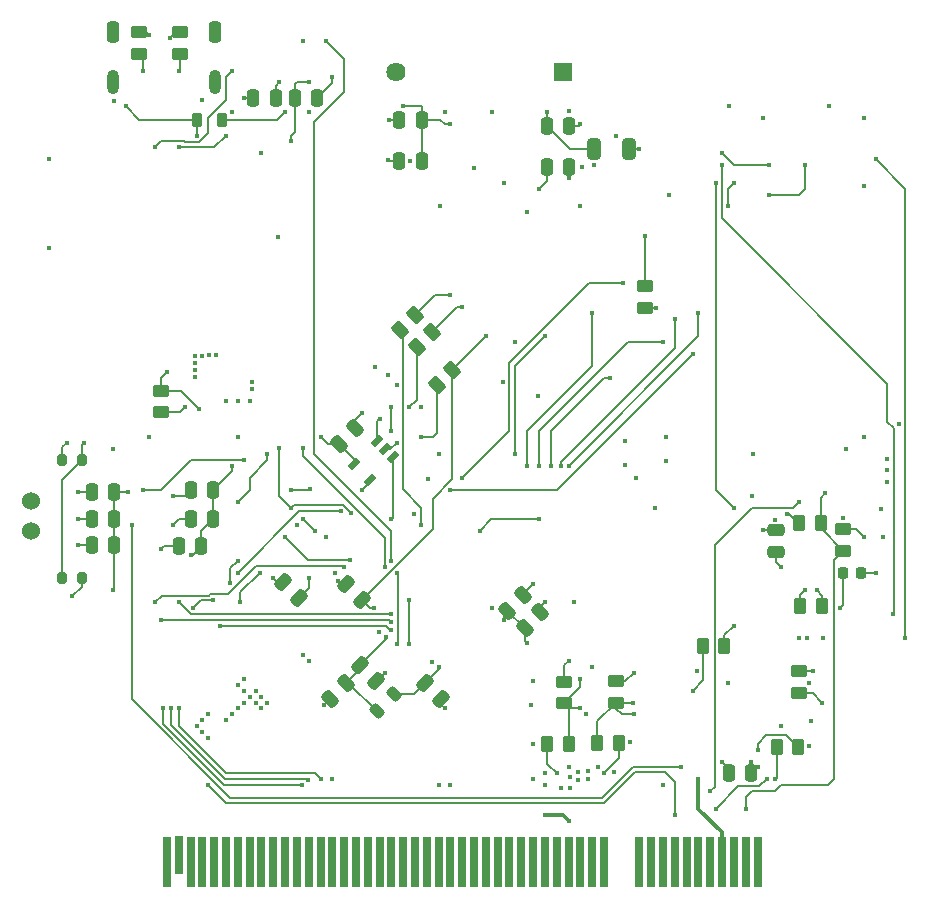
<source format=gbl>
%TF.GenerationSoftware,KiCad,Pcbnew,8.0.1*%
%TF.CreationDate,2024-04-16T19:56:43-05:00*%
%TF.ProjectId,PCB-1-2,5043422d-312d-4322-9e6b-696361645f70,rev?*%
%TF.SameCoordinates,Original*%
%TF.FileFunction,Copper,L4,Bot*%
%TF.FilePolarity,Positive*%
%FSLAX46Y46*%
G04 Gerber Fmt 4.6, Leading zero omitted, Abs format (unit mm)*
G04 Created by KiCad (PCBNEW 8.0.1) date 2024-04-16 19:56:43*
%MOMM*%
%LPD*%
G01*
G04 APERTURE LIST*
G04 Aperture macros list*
%AMRoundRect*
0 Rectangle with rounded corners*
0 $1 Rounding radius*
0 $2 $3 $4 $5 $6 $7 $8 $9 X,Y pos of 4 corners*
0 Add a 4 corners polygon primitive as box body*
4,1,4,$2,$3,$4,$5,$6,$7,$8,$9,$2,$3,0*
0 Add four circle primitives for the rounded corners*
1,1,$1+$1,$2,$3*
1,1,$1+$1,$4,$5*
1,1,$1+$1,$6,$7*
1,1,$1+$1,$8,$9*
0 Add four rect primitives between the rounded corners*
20,1,$1+$1,$2,$3,$4,$5,0*
20,1,$1+$1,$4,$5,$6,$7,0*
20,1,$1+$1,$6,$7,$8,$9,0*
20,1,$1+$1,$8,$9,$2,$3,0*%
%AMRotRect*
0 Rectangle, with rotation*
0 The origin of the aperture is its center*
0 $1 length*
0 $2 width*
0 $3 Rotation angle, in degrees counterclockwise*
0 Add horizontal line*
21,1,$1,$2,0,0,$3*%
G04 Aperture macros list end*
%TA.AperFunction,ComponentPad*%
%ADD10C,1.524000*%
%TD*%
%TA.AperFunction,ComponentPad*%
%ADD11O,1.000000X2.100000*%
%TD*%
%TA.AperFunction,ComponentPad*%
%ADD12RoundRect,0.250000X0.250000X0.650000X-0.250000X0.650000X-0.250000X-0.650000X0.250000X-0.650000X0*%
%TD*%
%TA.AperFunction,ComponentPad*%
%ADD13R,1.625600X1.625600*%
%TD*%
%TA.AperFunction,ComponentPad*%
%ADD14C,1.625600*%
%TD*%
%TA.AperFunction,SMDPad,CuDef*%
%ADD15RoundRect,0.250000X-0.512652X-0.159099X-0.159099X-0.512652X0.512652X0.159099X0.159099X0.512652X0*%
%TD*%
%TA.AperFunction,SMDPad,CuDef*%
%ADD16RoundRect,0.250000X-0.250000X-0.475000X0.250000X-0.475000X0.250000X0.475000X-0.250000X0.475000X0*%
%TD*%
%TA.AperFunction,SMDPad,CuDef*%
%ADD17RoundRect,0.250000X-0.159099X0.512652X-0.512652X0.159099X0.159099X-0.512652X0.512652X-0.159099X0*%
%TD*%
%TA.AperFunction,SMDPad,CuDef*%
%ADD18RoundRect,0.218750X0.218750X0.381250X-0.218750X0.381250X-0.218750X-0.381250X0.218750X-0.381250X0*%
%TD*%
%TA.AperFunction,SMDPad,CuDef*%
%ADD19RoundRect,0.200000X0.200000X0.275000X-0.200000X0.275000X-0.200000X-0.275000X0.200000X-0.275000X0*%
%TD*%
%TA.AperFunction,SMDPad,CuDef*%
%ADD20RoundRect,0.250000X-0.262500X-0.450000X0.262500X-0.450000X0.262500X0.450000X-0.262500X0.450000X0*%
%TD*%
%TA.AperFunction,SMDPad,CuDef*%
%ADD21RoundRect,0.250000X0.262500X0.450000X-0.262500X0.450000X-0.262500X-0.450000X0.262500X-0.450000X0*%
%TD*%
%TA.AperFunction,SMDPad,CuDef*%
%ADD22RoundRect,0.250000X0.475000X-0.250000X0.475000X0.250000X-0.475000X0.250000X-0.475000X-0.250000X0*%
%TD*%
%TA.AperFunction,SMDPad,CuDef*%
%ADD23RoundRect,0.250000X-0.325000X-0.650000X0.325000X-0.650000X0.325000X0.650000X-0.325000X0.650000X0*%
%TD*%
%TA.AperFunction,SMDPad,CuDef*%
%ADD24RoundRect,0.250000X0.250000X0.475000X-0.250000X0.475000X-0.250000X-0.475000X0.250000X-0.475000X0*%
%TD*%
%TA.AperFunction,SMDPad,CuDef*%
%ADD25RoundRect,0.218750X0.114905X-0.424264X0.424264X-0.114905X-0.114905X0.424264X-0.424264X0.114905X0*%
%TD*%
%TA.AperFunction,SMDPad,CuDef*%
%ADD26RoundRect,0.250000X-0.450000X0.262500X-0.450000X-0.262500X0.450000X-0.262500X0.450000X0.262500X0*%
%TD*%
%TA.AperFunction,SMDPad,CuDef*%
%ADD27RoundRect,0.200000X-0.200000X-0.275000X0.200000X-0.275000X0.200000X0.275000X-0.200000X0.275000X0*%
%TD*%
%TA.AperFunction,SMDPad,CuDef*%
%ADD28RoundRect,0.250000X0.450000X-0.262500X0.450000X0.262500X-0.450000X0.262500X-0.450000X-0.262500X0*%
%TD*%
%TA.AperFunction,SMDPad,CuDef*%
%ADD29RoundRect,0.250000X0.512652X0.159099X0.159099X0.512652X-0.512652X-0.159099X-0.159099X-0.512652X0*%
%TD*%
%TA.AperFunction,SMDPad,CuDef*%
%ADD30RoundRect,0.250000X-0.132583X0.503814X-0.503814X0.132583X0.132583X-0.503814X0.503814X-0.132583X0*%
%TD*%
%TA.AperFunction,SMDPad,CuDef*%
%ADD31RotRect,0.977900X0.508000X225.000000*%
%TD*%
%TA.AperFunction,SMDPad,CuDef*%
%ADD32RoundRect,0.225000X0.225000X0.250000X-0.225000X0.250000X-0.225000X-0.250000X0.225000X-0.250000X0*%
%TD*%
%TA.AperFunction,ConnectorPad*%
%ADD33R,0.700000X4.300000*%
%TD*%
%TA.AperFunction,ConnectorPad*%
%ADD34R,0.700000X3.200000*%
%TD*%
%TA.AperFunction,ViaPad*%
%ADD35C,0.450000*%
%TD*%
%TA.AperFunction,Conductor*%
%ADD36C,0.200000*%
%TD*%
%TA.AperFunction,Conductor*%
%ADD37C,0.300000*%
%TD*%
G04 APERTURE END LIST*
D10*
X61500000Y-100460000D03*
X61500000Y-103000000D03*
D11*
X77070000Y-64925000D03*
X68430000Y-64925000D03*
D12*
X77070000Y-60745000D03*
X68430000Y-60745000D03*
D13*
X106514152Y-64147111D03*
D14*
X92366352Y-64147111D03*
D15*
X89328249Y-114328249D03*
X90671751Y-115671751D03*
X82828249Y-107328249D03*
X84171751Y-108671751D03*
D16*
X120550001Y-123500001D03*
X122449999Y-123500001D03*
D17*
X103161124Y-108393001D03*
X101817622Y-109736503D03*
D18*
X77671152Y-68147111D03*
X75546152Y-68147111D03*
D17*
X88171751Y-115828249D03*
X86828249Y-117171751D03*
D19*
X65785000Y-106999999D03*
X64135000Y-106999999D03*
D20*
X124612501Y-121283849D03*
X126437501Y-121283849D03*
D21*
X107000000Y-121000000D03*
X105175000Y-121000000D03*
D22*
X124568262Y-104780646D03*
X124568262Y-102880648D03*
D16*
X75010001Y-99499999D03*
X76909999Y-99499999D03*
D23*
X109133652Y-70647111D03*
X112083652Y-70647111D03*
D16*
X83838726Y-66319041D03*
X85738726Y-66319041D03*
D24*
X82219550Y-66308009D03*
X80319550Y-66308009D03*
D25*
X90748699Y-118251301D03*
X92251301Y-116748699D03*
D26*
X72500000Y-91087499D03*
X72500000Y-92912499D03*
D27*
X64135000Y-96999999D03*
X65785000Y-96999999D03*
D26*
X111009050Y-115713083D03*
X111009050Y-117538083D03*
D24*
X94558652Y-71647111D03*
X92658652Y-71647111D03*
D26*
X106641964Y-115742239D03*
X106641964Y-117567239D03*
D16*
X105158652Y-68647111D03*
X107058652Y-68647111D03*
D21*
X128342938Y-102336130D03*
X126517938Y-102336130D03*
D24*
X68523077Y-104206514D03*
X66623079Y-104206514D03*
D20*
X126638343Y-109302543D03*
X128463343Y-109302543D03*
D28*
X74108652Y-62559611D03*
X74108652Y-60734611D03*
D29*
X89483626Y-108801434D03*
X88140124Y-107457932D03*
D30*
X94025126Y-84696699D03*
X92734656Y-85987169D03*
D16*
X105158652Y-72147111D03*
X107058652Y-72147111D03*
X74010001Y-104272071D03*
X75909999Y-104272071D03*
D21*
X111267205Y-120909499D03*
X109442205Y-120909499D03*
D26*
X126525001Y-114831646D03*
X126525001Y-116656646D03*
X113510003Y-82253570D03*
X113510003Y-84078570D03*
D28*
X130251246Y-104657926D03*
X130251246Y-102832926D03*
X70608652Y-62559611D03*
X70608652Y-60734611D03*
D17*
X104619881Y-109857034D03*
X103276379Y-111200536D03*
D31*
X90793625Y-95362870D03*
X91465378Y-96034622D03*
X92137130Y-96706375D03*
X90206375Y-98637130D03*
X88862870Y-97293625D03*
D24*
X94558652Y-68147111D03*
X92658652Y-68147111D03*
X68523077Y-101982233D03*
X66623079Y-101982233D03*
D17*
X88919794Y-94266856D03*
X87576292Y-95610358D03*
D30*
X95439340Y-86110913D03*
X94148870Y-87401383D03*
D15*
X94828249Y-115828249D03*
X96171751Y-117171751D03*
D32*
X131775000Y-106500000D03*
X130225000Y-106500000D03*
D33*
X123000000Y-131000000D03*
X122000000Y-131000000D03*
X121000000Y-131000000D03*
X120000000Y-131000000D03*
X119000000Y-131000000D03*
X118000000Y-131000000D03*
X117000000Y-131000000D03*
X116000000Y-131000000D03*
X115000000Y-131000000D03*
X114000000Y-131000000D03*
X113000000Y-131000000D03*
X110000000Y-131000000D03*
X109000000Y-131000000D03*
X108000000Y-131000000D03*
X107000000Y-131000000D03*
X106000000Y-131000000D03*
X105000000Y-131000000D03*
X104000000Y-131000000D03*
X103000000Y-131000000D03*
X102000000Y-131000000D03*
X101000000Y-131000000D03*
X100000000Y-131000000D03*
X99000000Y-131000000D03*
X98000000Y-131000000D03*
X97000000Y-131000000D03*
X96000000Y-131000000D03*
X95000000Y-131000000D03*
X94000000Y-131000000D03*
X93000000Y-131000000D03*
X92000000Y-131000000D03*
X91000000Y-131000000D03*
X90000000Y-131000000D03*
X89000000Y-131000000D03*
X88000000Y-131000000D03*
X87000000Y-131000000D03*
X86000000Y-131000000D03*
X85000000Y-131000000D03*
X84000000Y-131000000D03*
X83000000Y-131000000D03*
X82000000Y-131000000D03*
X81000000Y-131000000D03*
X80000000Y-131000000D03*
X79000000Y-131000000D03*
X78000000Y-131000000D03*
X77000000Y-131000000D03*
X76000000Y-131000000D03*
X75000000Y-131000000D03*
D34*
X74000000Y-130450000D03*
D33*
X73000000Y-131000000D03*
D30*
X97145235Y-89354765D03*
X95854765Y-90645235D03*
D21*
X120188970Y-112731966D03*
X118363970Y-112731966D03*
D24*
X68523077Y-99706514D03*
X66623079Y-99706514D03*
D16*
X75010001Y-101999999D03*
X76909999Y-101999999D03*
D35*
X105158652Y-67500000D03*
X112461917Y-117538083D03*
X120539869Y-115886906D03*
X112726309Y-98500000D03*
X104500000Y-74000000D03*
X127668354Y-114831646D03*
X123500000Y-68000000D03*
X132000000Y-68000000D03*
X68460000Y-108000000D03*
X134000000Y-96895285D03*
X69706514Y-99706514D03*
X112500000Y-118500000D03*
X103500000Y-76000000D03*
X122500000Y-100000000D03*
X128525841Y-112000000D03*
X132000000Y-95000000D03*
X109158652Y-72000000D03*
X118000000Y-84500000D03*
X107000000Y-97500000D03*
X120000000Y-71000000D03*
X124000000Y-72000000D03*
X75500000Y-69500000D03*
X69500000Y-67000000D03*
X66000000Y-95500000D03*
X113500000Y-78000000D03*
X86500000Y-61500000D03*
X92500000Y-112525000D03*
X92000000Y-105500000D03*
X92513762Y-106513762D03*
X74000000Y-64000000D03*
X72000000Y-109000000D03*
X88000000Y-106000000D03*
X74000000Y-109000000D03*
X92000000Y-110000000D03*
X76860000Y-108860000D03*
X72699994Y-118000000D03*
X78347890Y-107372109D03*
X84450000Y-124525000D03*
X75233581Y-109475000D03*
X79000000Y-105500000D03*
X73349997Y-118000000D03*
X79192157Y-109000000D03*
X83000000Y-103500000D03*
X88499142Y-105475000D03*
X80849997Y-106500000D03*
X84975000Y-124025000D03*
X92000000Y-110699994D03*
X72500000Y-110500000D03*
X77500000Y-111000000D03*
X92000000Y-111349997D03*
X111635000Y-82000000D03*
X98000000Y-98500000D03*
X85500000Y-103000000D03*
X86000000Y-124000000D03*
X74000000Y-118000000D03*
X84500000Y-102000000D03*
X119475000Y-73500000D03*
X121000000Y-101000000D03*
X121000000Y-111000000D03*
X120000000Y-72000000D03*
X134500000Y-110000000D03*
X105500000Y-97500000D03*
X121050000Y-73500000D03*
X110500000Y-90000000D03*
X120525000Y-75500000D03*
X115000000Y-87000000D03*
X124000000Y-74500000D03*
X104500000Y-97500000D03*
X127000000Y-72000000D03*
X93500000Y-112525000D03*
X84500000Y-95950000D03*
X91500000Y-106000000D03*
X93500000Y-108824997D03*
X133000000Y-71500000D03*
X123816267Y-123941270D03*
X135500000Y-112000000D03*
X119475000Y-126500000D03*
X83500000Y-70000000D03*
X85000000Y-65000000D03*
X74000000Y-70500000D03*
X78000000Y-69500000D03*
X82500000Y-65000000D03*
X71996213Y-70503787D03*
X78500000Y-64000000D03*
X83000000Y-67472809D03*
X90500000Y-109475000D03*
X100000000Y-86500000D03*
X86000000Y-95000000D03*
X96000000Y-96500000D03*
X75000000Y-105000000D03*
X103500000Y-112500000D03*
X108000000Y-118000000D03*
X90570532Y-89070532D03*
X78500000Y-97500000D03*
X63000000Y-71500000D03*
X85000000Y-107000000D03*
X96000000Y-114500000D03*
X101500000Y-110500000D03*
X82395270Y-78104730D03*
X114334644Y-101000000D03*
X108000000Y-115500000D03*
X94500000Y-102500000D03*
X109974693Y-123474693D03*
X112500000Y-115000000D03*
X92000000Y-94500000D03*
X93500000Y-92500000D03*
X92000000Y-92500000D03*
X105000000Y-123500000D03*
X107000000Y-123000000D03*
X110845925Y-123345925D03*
X107092454Y-124716043D03*
X106350918Y-124757240D03*
X107099320Y-123830319D03*
X107833990Y-123349694D03*
X108616723Y-123940177D03*
X108657919Y-123322230D03*
X107779062Y-124029436D03*
X109500000Y-123000000D03*
X106000000Y-123500000D03*
X107000000Y-114000000D03*
X92000000Y-102000000D03*
X89500000Y-99500000D03*
X106349997Y-97500000D03*
X116000000Y-85000000D03*
X97000000Y-83000000D03*
X128500000Y-117500000D03*
X123000000Y-121500000D03*
X97000000Y-68500000D03*
X93000000Y-67000000D03*
X104450000Y-91550000D03*
X127000000Y-108000000D03*
X130000000Y-109500000D03*
X125000000Y-106000000D03*
X128000000Y-108000000D03*
X132000000Y-103500000D03*
X133000000Y-106500000D03*
X122000000Y-126500000D03*
X128750000Y-99750000D03*
X119000000Y-125000000D03*
X126500000Y-100500000D03*
X71000000Y-64000000D03*
X120000000Y-122500000D03*
X117500000Y-116500000D03*
X98000000Y-84000000D03*
X75696664Y-92608732D03*
X73000000Y-89500000D03*
X74500000Y-92500000D03*
X88565687Y-101434313D03*
X82500000Y-95950000D03*
X83500000Y-101000000D03*
X124500000Y-124000000D03*
X83500000Y-99525000D03*
X85090901Y-99409099D03*
X79000000Y-106500000D03*
X87694455Y-101305544D03*
X116500000Y-123000000D03*
X70000000Y-102500000D03*
X116000000Y-127000000D03*
X76500000Y-124500000D03*
X81500000Y-96475000D03*
X79000000Y-100500000D03*
X79500000Y-97000000D03*
X71000000Y-99500000D03*
X105000000Y-86500000D03*
X102500000Y-96500000D03*
X109000000Y-84500000D03*
X103500000Y-97500000D03*
X97000000Y-99500000D03*
X117500000Y-88000000D03*
X94500000Y-95000000D03*
X91000000Y-93500000D03*
X96500000Y-118000000D03*
X127225841Y-112000000D03*
X78000000Y-92000000D03*
X75950000Y-66450000D03*
X127375001Y-121152165D03*
X95059908Y-98540778D03*
X71500000Y-95000000D03*
X127550001Y-119036518D03*
X87237883Y-106500000D03*
X122655533Y-96500000D03*
X75379823Y-89339031D03*
X65500000Y-102000000D03*
X123000000Y-123000000D03*
X96077889Y-75422111D03*
X132000000Y-73810000D03*
X108500000Y-118500000D03*
X134949999Y-93949999D03*
X129050000Y-67000000D03*
X76000000Y-120000000D03*
X134000000Y-97845286D03*
X85000000Y-114000000D03*
X127370149Y-115846359D03*
X79500000Y-66308009D03*
X100500000Y-67486615D03*
X108000000Y-68500000D03*
X115500000Y-74500000D03*
X84500000Y-113500000D03*
X96000000Y-124500000D03*
X82000000Y-107000000D03*
X95451903Y-114048097D03*
X91750000Y-89750000D03*
X65500000Y-104206514D03*
X105000000Y-124500000D03*
X79000000Y-116000000D03*
X92437475Y-90616584D03*
X84000000Y-102500000D03*
X114421430Y-84078570D03*
X124487500Y-102012500D03*
X76536518Y-88114737D03*
X68500000Y-66550000D03*
X78000000Y-119000000D03*
X115259644Y-97016570D03*
X133646629Y-103500000D03*
X130252235Y-101895426D03*
X73500000Y-100000000D03*
X93903806Y-101500000D03*
X108000000Y-75500000D03*
X126500000Y-112000000D03*
X125000000Y-119500000D03*
X94500000Y-92500000D03*
X105000000Y-127000000D03*
X104000000Y-107500000D03*
X102500000Y-87000000D03*
X115000000Y-124500000D03*
X97000000Y-124500000D03*
X84500000Y-61500000D03*
X79500000Y-117500000D03*
X76500000Y-120500000D03*
X111000000Y-69500000D03*
X75500000Y-119500000D03*
X73250000Y-61250000D03*
X107058652Y-67441348D03*
X108147111Y-72147111D03*
X91733652Y-71535046D03*
X73500000Y-102500000D03*
X101500000Y-73552111D03*
X125500000Y-101525000D03*
X120550000Y-67000000D03*
X79000000Y-118000000D03*
X134000000Y-98795287D03*
X87000000Y-64500000D03*
X86286353Y-117710308D03*
X75372312Y-88723129D03*
X71500000Y-61000000D03*
X87479237Y-107215315D03*
X104000000Y-121000000D03*
X80500000Y-117500000D03*
X130500000Y-96000000D03*
X107058652Y-73058652D03*
X80000000Y-92000000D03*
X123500000Y-102880648D03*
X75379823Y-89939911D03*
X96500000Y-67500000D03*
X78500000Y-67500000D03*
X111800533Y-95397340D03*
X68460000Y-96000000D03*
X76000000Y-119000000D03*
X65500000Y-99706514D03*
X75372312Y-88144781D03*
X80500000Y-116500000D03*
X80171844Y-90337995D03*
X77129887Y-88107226D03*
X104000000Y-124000000D03*
X122452087Y-122500000D03*
X105000000Y-109000000D03*
X101475000Y-90345080D03*
X111801309Y-97398256D03*
X133455192Y-101132522D03*
X80171844Y-90916342D03*
X93583652Y-71647111D03*
X81500000Y-117500000D03*
X86500000Y-103500000D03*
X117838970Y-114840422D03*
X92437475Y-95500000D03*
X85000000Y-67500000D03*
X75958171Y-88122248D03*
X91500000Y-115000000D03*
X90960654Y-111525000D03*
X118000000Y-124000000D03*
X76500000Y-118500000D03*
X79000000Y-95000000D03*
X109000000Y-114500000D03*
X81000000Y-118000000D03*
X107000000Y-127500000D03*
X81000000Y-70961163D03*
X107500000Y-109000000D03*
X103794450Y-117730550D03*
X78500000Y-118500000D03*
X80000000Y-117000000D03*
X79500000Y-115500000D03*
X113000000Y-70647111D03*
X112204705Y-120867844D03*
X79500000Y-116500000D03*
X104000000Y-115709756D03*
X79000000Y-92000000D03*
X87000000Y-124000000D03*
X115254525Y-95000000D03*
X100500000Y-109500000D03*
X89500000Y-93000000D03*
X81000000Y-117000000D03*
X91783652Y-68147111D03*
X63000000Y-79000000D03*
X99000000Y-72282111D03*
X72500000Y-104500000D03*
X64500000Y-95500000D03*
X65000000Y-108500000D03*
X99469759Y-102969759D03*
X104500000Y-102000000D03*
X91522998Y-111947765D03*
D36*
X109133652Y-70647111D02*
X107158652Y-70647111D01*
X111009050Y-118009050D02*
X111500000Y-118500000D01*
X109442205Y-119104928D02*
X111009050Y-117538083D01*
X68460000Y-108000000D02*
X68523077Y-107936923D01*
X105158652Y-73341348D02*
X104500000Y-74000000D01*
X105158652Y-67500000D02*
X105158652Y-68647111D01*
X105158652Y-72147111D02*
X105158652Y-73341348D01*
X68523077Y-101982233D02*
X68523077Y-99706514D01*
X127668354Y-114831646D02*
X126525001Y-114831646D01*
X112461917Y-117538083D02*
X111009050Y-117538083D01*
X107158652Y-70647111D02*
X105158652Y-68647111D01*
X111500000Y-118500000D02*
X112500000Y-118500000D01*
X68523077Y-104206514D02*
X68523077Y-101982233D01*
X111009050Y-117538083D02*
X111009050Y-118009050D01*
X69706514Y-99706514D02*
X68523077Y-99706514D01*
X68523077Y-107936923D02*
X68523077Y-104206514D01*
X109442205Y-120909499D02*
X109442205Y-119104928D01*
X118000000Y-86500000D02*
X118000000Y-84500000D01*
X107000000Y-97500000D02*
X118000000Y-86500000D01*
X124000000Y-72000000D02*
X121000000Y-72000000D01*
X121000000Y-72000000D02*
X120000000Y-71000000D01*
X75500000Y-69500000D02*
X75500000Y-68193263D01*
X70647111Y-68147111D02*
X75546152Y-68147111D01*
X75500000Y-68193263D02*
X75546152Y-68147111D01*
X69500000Y-67000000D02*
X70647111Y-68147111D01*
X64135000Y-106999999D02*
X64135000Y-98649999D01*
X65785000Y-96999999D02*
X65785000Y-95715000D01*
X64135000Y-98649999D02*
X65785000Y-96999999D01*
X65785000Y-95715000D02*
X66000000Y-95500000D01*
X113500000Y-78000000D02*
X113510003Y-78010003D01*
X113510003Y-78010003D02*
X113510003Y-82253570D01*
X92500000Y-112525000D02*
X92525000Y-112500000D01*
X92000000Y-105500000D02*
X92000000Y-103000000D01*
X92000000Y-103000000D02*
X85475000Y-96475000D01*
X92525000Y-106525000D02*
X92513762Y-106513762D01*
X92525000Y-112500000D02*
X92525000Y-106525000D01*
X88000000Y-63000000D02*
X86500000Y-61500000D01*
X88000000Y-65807537D02*
X88000000Y-63000000D01*
X85475000Y-68332537D02*
X88000000Y-65807537D01*
X85475000Y-96475000D02*
X85475000Y-68332537D01*
X74108652Y-62559611D02*
X74108652Y-63891348D01*
X74108652Y-63891348D02*
X74000000Y-64000000D01*
X76642537Y-108335000D02*
X78165000Y-108335000D01*
X78165000Y-108335000D02*
X80525000Y-105975000D01*
X72540000Y-108460000D02*
X76517537Y-108460000D01*
X76517537Y-108460000D02*
X76642537Y-108335000D01*
X87975000Y-105975000D02*
X88000000Y-106000000D01*
X72000000Y-109000000D02*
X72540000Y-108460000D01*
X80525000Y-105975000D02*
X87975000Y-105975000D01*
X75000000Y-110000000D02*
X74000000Y-109000000D01*
X92000000Y-110000000D02*
X75000000Y-110000000D01*
X77868628Y-124500000D02*
X72699994Y-119331366D01*
X72699994Y-119331366D02*
X72699994Y-118000000D01*
X78347890Y-106152110D02*
X79000000Y-105500000D01*
X78347890Y-107372109D02*
X78347890Y-106152110D01*
X84425000Y-124500000D02*
X77868628Y-124500000D01*
X76860000Y-108860000D02*
X75848581Y-108860000D01*
X75848581Y-108860000D02*
X75233581Y-109475000D01*
X84450000Y-124525000D02*
X84425000Y-124500000D01*
X79192157Y-109000000D02*
X79192157Y-108157840D01*
X77934314Y-124000000D02*
X73349997Y-119415683D01*
X84975000Y-124025000D02*
X84950000Y-124000000D01*
X79192157Y-108157840D02*
X80849997Y-106500000D01*
X73349997Y-119415683D02*
X73349997Y-118000000D01*
X84950000Y-124000000D02*
X77934314Y-124000000D01*
X83000000Y-103500000D02*
X84975000Y-105475000D01*
X84975000Y-105475000D02*
X88499142Y-105475000D01*
X92000000Y-110699994D02*
X91775006Y-110475000D01*
X91775006Y-110475000D02*
X72525000Y-110475000D01*
X72525000Y-110475000D02*
X72500000Y-110500000D01*
X77500000Y-111000000D02*
X91557543Y-111000000D01*
X91557543Y-111000000D02*
X91907540Y-111349997D01*
X91907540Y-111349997D02*
X92000000Y-111349997D01*
X111635000Y-82000000D02*
X108757537Y-82000000D01*
X102000000Y-94500000D02*
X98000000Y-98500000D01*
X108757537Y-82000000D02*
X102000000Y-88757537D01*
X102000000Y-88757537D02*
X102000000Y-94500000D01*
X85500000Y-123500000D02*
X78000000Y-123500000D01*
X74000000Y-119500000D02*
X74000000Y-118000000D01*
X85500000Y-103000000D02*
X84500000Y-102000000D01*
X86000000Y-124000000D02*
X85500000Y-123500000D01*
X78000000Y-123500000D02*
X74000000Y-119500000D01*
X120188970Y-111811030D02*
X121000000Y-111000000D01*
X120188970Y-112731966D02*
X120188970Y-111811030D01*
X119475000Y-99475000D02*
X119475000Y-73500000D01*
X121000000Y-101000000D02*
X119475000Y-99475000D01*
X134500000Y-110000000D02*
X134525000Y-109975000D01*
X134525000Y-94267463D02*
X133975000Y-93717463D01*
X120000000Y-76500000D02*
X120000000Y-72000000D01*
X133975000Y-90525000D02*
X134000000Y-90500000D01*
X134000000Y-90500000D02*
X120000000Y-76500000D01*
X134525000Y-109975000D02*
X134525000Y-94267463D01*
X133975000Y-93717463D02*
X133975000Y-90525000D01*
X105500000Y-94500000D02*
X109500000Y-90500000D01*
X105500000Y-97500000D02*
X105500000Y-94500000D01*
X109500000Y-90500000D02*
X110000000Y-90000000D01*
X120525000Y-74025000D02*
X121050000Y-73500000D01*
X120525000Y-75500000D02*
X120525000Y-74025000D01*
X110000000Y-90000000D02*
X110500000Y-90000000D01*
X112000000Y-87000000D02*
X115000000Y-87000000D01*
X104500000Y-97500000D02*
X104500000Y-94500000D01*
X127000000Y-74000000D02*
X127000000Y-72000000D01*
X124000000Y-74500000D02*
X126000000Y-74500000D01*
X126000000Y-74500000D02*
X126500000Y-74500000D01*
X126500000Y-74500000D02*
X127000000Y-74000000D01*
X110000000Y-89000000D02*
X112000000Y-87000000D01*
X104500000Y-94500000D02*
X110000000Y-89000000D01*
X91475000Y-105975000D02*
X91500000Y-106000000D01*
X93500000Y-109500000D02*
X93500000Y-112525000D01*
X93500000Y-108824997D02*
X93500000Y-109500000D01*
X91475000Y-103601163D02*
X91475000Y-105975000D01*
X84500000Y-95950000D02*
X84500000Y-96626163D01*
X84500000Y-96626163D02*
X91475000Y-103601163D01*
X135500000Y-74000000D02*
X133000000Y-71500000D01*
X119475000Y-126500000D02*
X121375000Y-124600000D01*
X121375000Y-124600000D02*
X123157537Y-124600000D01*
X123157537Y-124600000D02*
X123816267Y-123941270D01*
X135500000Y-112000000D02*
X135500000Y-74000000D01*
X83838726Y-69161274D02*
X83838726Y-66319041D01*
X84000000Y-65000000D02*
X83838726Y-65161274D01*
X83838726Y-65161274D02*
X83838726Y-66319041D01*
X83500000Y-70000000D02*
X83500000Y-69500000D01*
X85000000Y-65000000D02*
X84000000Y-65000000D01*
X83500000Y-69500000D02*
X83838726Y-69161274D01*
X74000000Y-70500000D02*
X77000000Y-70500000D01*
X77000000Y-70500000D02*
X78000000Y-69500000D01*
X82219550Y-66308009D02*
X82219550Y-65280450D01*
X82219550Y-65280450D02*
X82500000Y-65000000D01*
X72525000Y-69975000D02*
X71996213Y-70503787D01*
X78000000Y-66478577D02*
X76500000Y-67978577D01*
X78500000Y-64000000D02*
X78000000Y-64500000D01*
X74525000Y-70025000D02*
X74475000Y-69975000D01*
X78000000Y-64500000D02*
X78000000Y-66478577D01*
X74475000Y-69975000D02*
X72525000Y-69975000D01*
X75717463Y-70025000D02*
X74525000Y-70025000D01*
X76500000Y-67978577D02*
X76500000Y-69242463D01*
X76500000Y-69242463D02*
X75717463Y-70025000D01*
X82325698Y-68147111D02*
X77671152Y-68147111D01*
X83000000Y-67472809D02*
X82325698Y-68147111D01*
X100000000Y-86500000D02*
X97145235Y-89354765D01*
X95500000Y-100257537D02*
X95500000Y-102785060D01*
X90157192Y-109475000D02*
X89483626Y-108801434D01*
X97145235Y-98612302D02*
X95500000Y-100257537D01*
X97145235Y-89354765D02*
X97145235Y-98612302D01*
X95500000Y-102785060D02*
X89483626Y-108801434D01*
X90500000Y-109475000D02*
X90157192Y-109475000D01*
X107000000Y-121000000D02*
X107000000Y-117925275D01*
X75182070Y-105000000D02*
X75909999Y-104272071D01*
X75909999Y-102999999D02*
X76909999Y-101999999D01*
X88862870Y-97293625D02*
X88862870Y-96896936D01*
X78500000Y-97909998D02*
X78500000Y-97500000D01*
X76909999Y-99499999D02*
X78500000Y-97909998D01*
X103276379Y-111200536D02*
X101817622Y-109741779D01*
X86610358Y-95610358D02*
X86000000Y-95000000D01*
X93907799Y-116748699D02*
X92251301Y-116748699D01*
X96000000Y-114500000D02*
X96000000Y-114656498D01*
X75000000Y-105000000D02*
X75182070Y-105000000D01*
X85000000Y-107843502D02*
X84171751Y-108671751D01*
X108000000Y-115500000D02*
X108000000Y-116209203D01*
X101500000Y-110500000D02*
X101500000Y-110054125D01*
X108000000Y-118000000D02*
X107074725Y-118000000D01*
X88862870Y-96896936D02*
X87576292Y-95610358D01*
X85000000Y-107000000D02*
X85000000Y-107843502D01*
X107000000Y-117925275D02*
X106641964Y-117567239D01*
X87576292Y-95610358D02*
X86610358Y-95610358D01*
X103276379Y-112276379D02*
X103276379Y-111200536D01*
X96000000Y-114656498D02*
X94828249Y-115828249D01*
X75909999Y-104272071D02*
X75909999Y-102999999D01*
X94828249Y-115828249D02*
X93907799Y-116748699D01*
X76909999Y-101999999D02*
X76909999Y-99499999D01*
X108000000Y-116209203D02*
X106641964Y-117567239D01*
X101500000Y-110054125D02*
X101817622Y-109736503D01*
X101817622Y-109741779D02*
X101817622Y-109736503D01*
X103500000Y-112500000D02*
X103276379Y-112276379D01*
X107074725Y-118000000D02*
X106641964Y-117567239D01*
X94500000Y-102500000D02*
X94500000Y-101000000D01*
X94500000Y-101000000D02*
X92962475Y-99462475D01*
X92962475Y-86214988D02*
X92734656Y-85987169D01*
X92962475Y-99462475D02*
X92962475Y-86214988D01*
X109974693Y-123474693D02*
X111267205Y-122182182D01*
X111267205Y-122182182D02*
X111267205Y-120909499D01*
X111786917Y-115713083D02*
X112500000Y-115000000D01*
X111009050Y-115713083D02*
X111786917Y-115713083D01*
X94148870Y-91851130D02*
X94148870Y-87401383D01*
X92000000Y-94500000D02*
X92000000Y-92500000D01*
X93500000Y-92500000D02*
X94148870Y-91851130D01*
X105175000Y-122675000D02*
X105175000Y-121000000D01*
X106000000Y-123500000D02*
X105175000Y-122675000D01*
X106641964Y-114358036D02*
X107000000Y-114000000D01*
X106641964Y-115742239D02*
X106641964Y-114358036D01*
X92137130Y-96706375D02*
X92137130Y-101862870D01*
X92137130Y-101862870D02*
X92000000Y-102000000D01*
X90206375Y-98793625D02*
X89500000Y-99500000D01*
X90206375Y-98637130D02*
X90206375Y-98793625D01*
X116000000Y-87500000D02*
X116000000Y-85000000D01*
X106349997Y-97150003D02*
X116000000Y-87500000D01*
X106349997Y-97500000D02*
X106349997Y-97150003D01*
X95721825Y-83000000D02*
X94025126Y-84696699D01*
X97000000Y-83000000D02*
X95721825Y-83000000D01*
X128500000Y-117500000D02*
X127656646Y-116656646D01*
X127656646Y-116656646D02*
X126525001Y-116656646D01*
X123000000Y-121000000D02*
X123000000Y-121500000D01*
X125437501Y-120283849D02*
X123716151Y-120283849D01*
X123716151Y-120283849D02*
X123000000Y-121000000D01*
X126437501Y-121283849D02*
X125437501Y-120283849D01*
X94500000Y-67000000D02*
X94558652Y-67058652D01*
X96147111Y-68147111D02*
X94558652Y-68147111D01*
X96500000Y-68500000D02*
X96147111Y-68147111D01*
X94558652Y-67058652D02*
X94558652Y-68147111D01*
X94558652Y-71647111D02*
X94558652Y-68147111D01*
X93000000Y-67000000D02*
X94500000Y-67000000D01*
X97000000Y-68500000D02*
X96500000Y-68500000D01*
X126638343Y-109302543D02*
X126638343Y-108361657D01*
X126638343Y-108361657D02*
X127000000Y-108000000D01*
X130225000Y-109275000D02*
X130000000Y-109500000D01*
X124568262Y-104780646D02*
X124568262Y-105568262D01*
X130225000Y-106500000D02*
X130225000Y-109275000D01*
X124568262Y-105568262D02*
X125000000Y-106000000D01*
X128000000Y-108000000D02*
X128463343Y-108463343D01*
X128463343Y-108463343D02*
X128463343Y-109302543D01*
X131332926Y-102832926D02*
X132000000Y-103500000D01*
X131775000Y-106500000D02*
X133000000Y-106500000D01*
X130251246Y-102832926D02*
X131332926Y-102832926D01*
X122000000Y-126500000D02*
X122000000Y-125500000D01*
X129500000Y-124000000D02*
X129475000Y-123975000D01*
X128342938Y-100157062D02*
X128342938Y-102336130D01*
X129000000Y-124500000D02*
X129500000Y-124000000D01*
X122000000Y-125500000D02*
X122500000Y-125000000D01*
X122500000Y-125000000D02*
X124500000Y-125000000D01*
X128750000Y-99750000D02*
X128342938Y-100157062D01*
X130251246Y-104657926D02*
X128342938Y-102749618D01*
X124500000Y-125000000D02*
X125000000Y-124500000D01*
X125000000Y-124500000D02*
X129000000Y-124500000D01*
X128342938Y-102749618D02*
X128342938Y-102336130D01*
X129475000Y-123975000D02*
X129475000Y-105434172D01*
X129475000Y-105434172D02*
X130251246Y-104657926D01*
X119376470Y-124623530D02*
X119376470Y-104123530D01*
X122500000Y-101000000D02*
X126000000Y-101000000D01*
X119376470Y-104123530D02*
X122500000Y-101000000D01*
X119000000Y-125000000D02*
X119376470Y-124623530D01*
X126000000Y-101000000D02*
X126500000Y-100500000D01*
X71000000Y-64000000D02*
X71000000Y-62950959D01*
X71000000Y-62950959D02*
X70608652Y-62559611D01*
X117500000Y-116500000D02*
X118363970Y-115636030D01*
X120550001Y-123500001D02*
X120550001Y-123050001D01*
X118363970Y-115636030D02*
X118363970Y-112731966D01*
X120550001Y-123050001D02*
X120000000Y-122500000D01*
X98000000Y-84000000D02*
X97550253Y-84000000D01*
X97550253Y-84000000D02*
X95439340Y-86110913D01*
X74175431Y-91087499D02*
X72500000Y-91087499D01*
X72500000Y-90000000D02*
X73000000Y-89500000D01*
X75696664Y-92608732D02*
X74175431Y-91087499D01*
X72500000Y-91087499D02*
X72500000Y-90000000D01*
X74500000Y-92500000D02*
X74087501Y-92912499D01*
X74087501Y-92912499D02*
X72500000Y-92912499D01*
X82500000Y-95950000D02*
X82500000Y-100000000D01*
X83500000Y-101000000D02*
X83719456Y-100780544D01*
X82500000Y-100000000D02*
X83500000Y-101000000D01*
X83719456Y-100780544D02*
X87911918Y-100780544D01*
X87911918Y-100780544D02*
X88565687Y-101434313D01*
X124612501Y-123887499D02*
X124612501Y-121283849D01*
X124500000Y-124000000D02*
X124612501Y-123887499D01*
X83500000Y-99525000D02*
X84975000Y-99525000D01*
X84975000Y-99525000D02*
X85090901Y-99409099D01*
X87694455Y-101305544D02*
X84194456Y-101305544D01*
X84194456Y-101305544D02*
X79000000Y-106500000D01*
X112434314Y-123000000D02*
X109859314Y-125575000D01*
X78377942Y-125575000D02*
X70000000Y-117197058D01*
X116500000Y-123000000D02*
X112434314Y-123000000D01*
X109859314Y-125575000D02*
X78377942Y-125575000D01*
X70000000Y-117197058D02*
X70000000Y-102500000D01*
X115142463Y-123400000D02*
X116000000Y-124257537D01*
X77975000Y-125975000D02*
X110025000Y-125975000D01*
X112600000Y-123400000D02*
X115142463Y-123400000D01*
X110025000Y-125975000D02*
X112600000Y-123400000D01*
X76500000Y-124500000D02*
X77975000Y-125975000D01*
X116000000Y-124257537D02*
X116000000Y-127000000D01*
X80000000Y-99500000D02*
X79000000Y-100500000D01*
X81500000Y-96975000D02*
X80000000Y-98475000D01*
X80000000Y-98475000D02*
X80000000Y-99500000D01*
X81500000Y-96475000D02*
X81500000Y-96975000D01*
X79500000Y-97000000D02*
X78742463Y-97000000D01*
X75025000Y-96975000D02*
X72500000Y-99500000D01*
X72500000Y-99500000D02*
X71000000Y-99500000D01*
X78717463Y-96975000D02*
X75025000Y-96975000D01*
X78742463Y-97000000D02*
X78717463Y-96975000D01*
X102500000Y-89000000D02*
X105000000Y-86500000D01*
X102500000Y-96500000D02*
X102500000Y-89000000D01*
X109000000Y-88500000D02*
X109000000Y-84500000D01*
X109000000Y-89000000D02*
X109000000Y-88500000D01*
X103500000Y-94500000D02*
X109000000Y-89000000D01*
X103500000Y-97500000D02*
X103500000Y-94500000D01*
X106000000Y-99500000D02*
X117500000Y-88000000D01*
X97000000Y-99500000D02*
X106000000Y-99500000D01*
X90793625Y-93706375D02*
X91000000Y-93500000D01*
X95500000Y-95000000D02*
X95854765Y-94645235D01*
X95854765Y-94645235D02*
X95854765Y-90645235D01*
X94500000Y-95000000D02*
X95500000Y-95000000D01*
X90793625Y-95362870D02*
X90793625Y-93706375D01*
X73765389Y-60734611D02*
X74108652Y-60734611D01*
X114421430Y-84078570D02*
X113510003Y-84078570D01*
X90671751Y-115671751D02*
X90828249Y-115671751D01*
X87000000Y-65057767D02*
X87000000Y-64500000D01*
D37*
X120000000Y-128500000D02*
X118000000Y-126500000D01*
D36*
X86828249Y-117171751D02*
X86289692Y-117710308D01*
X103161124Y-108338876D02*
X104000000Y-107500000D01*
X91465378Y-96034622D02*
X91902853Y-96034622D01*
X88919794Y-93580206D02*
X89500000Y-93000000D01*
X113000000Y-70647111D02*
X112083652Y-70647111D01*
X88919794Y-94266856D02*
X88919794Y-93580206D01*
X125500000Y-101525000D02*
X125706808Y-101525000D01*
X82328249Y-107328249D02*
X82828249Y-107328249D01*
D37*
X107000000Y-127500000D02*
X106500000Y-127000000D01*
D36*
X71500000Y-61000000D02*
X71234611Y-60734611D01*
X107058652Y-73058652D02*
X107058652Y-72147111D01*
D37*
X118000000Y-126500000D02*
X118000000Y-124000000D01*
D36*
X91733652Y-71535046D02*
X91845717Y-71647111D01*
X65500000Y-99706514D02*
X66623079Y-99706514D01*
X108000000Y-68500000D02*
X107852889Y-68647111D01*
X65500000Y-104206514D02*
X66623079Y-104206514D01*
X65517767Y-101982233D02*
X66623079Y-101982233D01*
X107852889Y-68647111D02*
X107058652Y-68647111D01*
D37*
X106500000Y-127000000D02*
X105000000Y-127000000D01*
D36*
X96171751Y-117171751D02*
X96171751Y-117671751D01*
X85738726Y-66319041D02*
X87000000Y-65057767D01*
X74010001Y-104272071D02*
X72727929Y-104272071D01*
X75010001Y-101999999D02*
X74000001Y-101999999D01*
X65500000Y-102000000D02*
X65517767Y-101982233D01*
X86289692Y-117710308D02*
X86286353Y-117710308D01*
X123000000Y-123000000D02*
X122499999Y-123500001D01*
X122499999Y-123500001D02*
X122449999Y-123500001D01*
X87721854Y-107457932D02*
X88140124Y-107457932D01*
X96171751Y-117671751D02*
X96500000Y-118000000D01*
X91902853Y-96034622D02*
X92437475Y-95500000D01*
X90828249Y-115671751D02*
X91500000Y-115000000D01*
X104619881Y-109380119D02*
X105000000Y-109000000D01*
X73250000Y-61250000D02*
X73765389Y-60734611D01*
X123500000Y-102880648D02*
X124568262Y-102880648D01*
X75010001Y-99499999D02*
X74510000Y-100000000D01*
X104619881Y-109857034D02*
X104619881Y-109380119D01*
X91783652Y-68147111D02*
X92658652Y-68147111D01*
X125706808Y-101525000D02*
X126517938Y-102336130D01*
X87479237Y-107215315D02*
X87721854Y-107457932D01*
X72727929Y-104272071D02*
X72500000Y-104500000D01*
X74510000Y-100000000D02*
X73500000Y-100000000D01*
X82000000Y-107000000D02*
X82328249Y-107328249D01*
X71234611Y-60734611D02*
X70608652Y-60734611D01*
D37*
X120000000Y-131000000D02*
X120000000Y-128500000D01*
D36*
X91845717Y-71647111D02*
X92658652Y-71647111D01*
X79500000Y-66308009D02*
X80319550Y-66308009D01*
X103161124Y-108393001D02*
X103161124Y-108338876D01*
X74000001Y-101999999D02*
X73500000Y-102500000D01*
X64135000Y-96999999D02*
X64135000Y-95865000D01*
X64135000Y-95865000D02*
X64500000Y-95500000D01*
X65785000Y-107715000D02*
X65000000Y-108500000D01*
X65785000Y-106999999D02*
X65785000Y-107715000D01*
X104500000Y-102000000D02*
X100439518Y-102000000D01*
X100439518Y-102000000D02*
X99469759Y-102969759D01*
X91522998Y-112133500D02*
X89328249Y-114328249D01*
X88325647Y-115828249D02*
X88171751Y-115828249D01*
X89328249Y-114671751D02*
X88171751Y-115828249D01*
X89328249Y-114328249D02*
X89328249Y-114671751D01*
X91522998Y-111947765D02*
X91522998Y-112133500D01*
X90748699Y-118251301D02*
X88325647Y-115828249D01*
M02*

</source>
